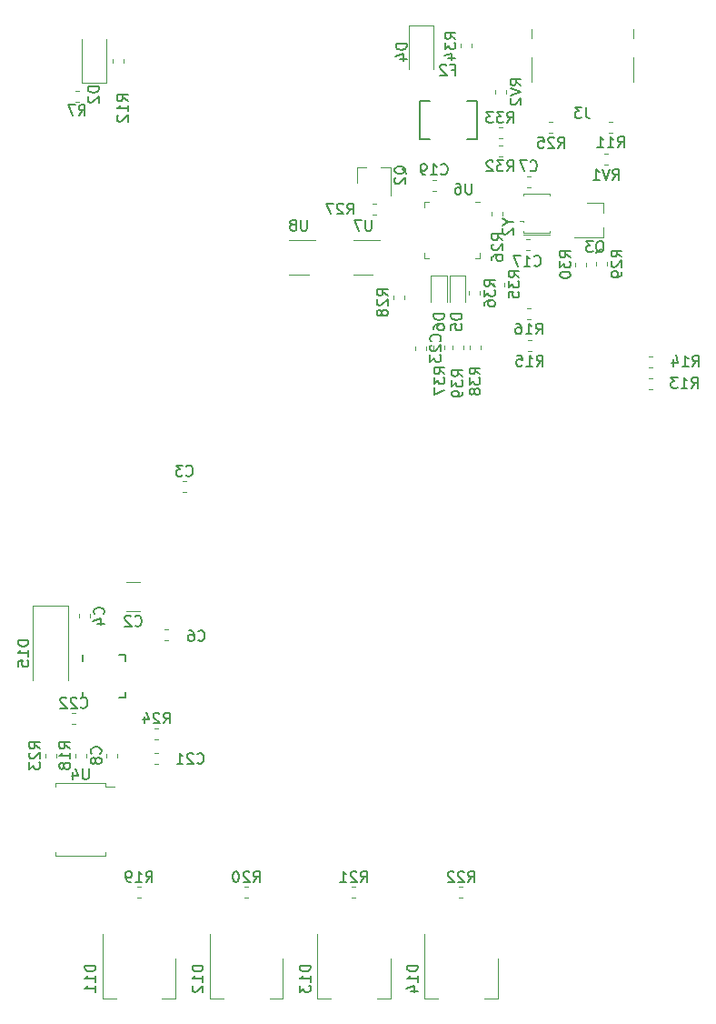
<source format=gbr>
G04 #@! TF.GenerationSoftware,KiCad,Pcbnew,(5.1.2-1)-1*
G04 #@! TF.CreationDate,2019-12-09T19:08:40-07:00*
G04 #@! TF.ProjectId,Snack Machine,536e6163-6b20-44d6-9163-68696e652e6b,rev?*
G04 #@! TF.SameCoordinates,Original*
G04 #@! TF.FileFunction,Legend,Bot*
G04 #@! TF.FilePolarity,Positive*
%FSLAX46Y46*%
G04 Gerber Fmt 4.6, Leading zero omitted, Abs format (unit mm)*
G04 Created by KiCad (PCBNEW (5.1.2-1)-1) date 2019-12-09 19:08:40*
%MOMM*%
%LPD*%
G04 APERTURE LIST*
%ADD10C,0.120000*%
%ADD11C,0.150000*%
%ADD12C,0.155000*%
G04 APERTURE END LIST*
D10*
X159569000Y-57046800D02*
X159569000Y-57196800D01*
X157169000Y-57046800D02*
X157169000Y-57196800D01*
X157169000Y-59596800D02*
X157169000Y-59646800D01*
X157169000Y-60646800D02*
X157169000Y-60496800D01*
X159569000Y-60646800D02*
X159569000Y-60496800D01*
X157569000Y-60846800D02*
X157169000Y-60846800D01*
X157569000Y-60646800D02*
X157169000Y-60646800D01*
X157569000Y-57046800D02*
X157169000Y-57046800D01*
X159569000Y-60846800D02*
X157569000Y-60846800D01*
X157169000Y-59596800D02*
X156769000Y-59596800D01*
X157569000Y-60646800D02*
X159569000Y-60646800D01*
X159569000Y-57046800D02*
X157569000Y-57046800D01*
X120175136Y-93199200D02*
X121379264Y-93199200D01*
X120175136Y-95919200D02*
X121379264Y-95919200D01*
X125723667Y-84807600D02*
X125381133Y-84807600D01*
X125723667Y-83787600D02*
X125381133Y-83787600D01*
X116715200Y-96508467D02*
X116715200Y-96165933D01*
X115695200Y-96508467D02*
X115695200Y-96165933D01*
X123653933Y-98625200D02*
X123996467Y-98625200D01*
X123653933Y-97605200D02*
X123996467Y-97605200D01*
X118286000Y-109145333D02*
X118286000Y-109487867D01*
X119306000Y-109145333D02*
X119306000Y-109487867D01*
X123132867Y-109086000D02*
X122790333Y-109086000D01*
X123132867Y-110106000D02*
X122790333Y-110106000D01*
X115411267Y-106397600D02*
X115068733Y-106397600D01*
X115411267Y-105377600D02*
X115068733Y-105377600D01*
X157789867Y-56410400D02*
X157447333Y-56410400D01*
X157789867Y-55390400D02*
X157447333Y-55390400D01*
X157727667Y-61232400D02*
X157385133Y-61232400D01*
X157727667Y-62252400D02*
X157385133Y-62252400D01*
X148990067Y-55720600D02*
X148647533Y-55720600D01*
X148990067Y-56740600D02*
X148647533Y-56740600D01*
X148084200Y-71565667D02*
X148084200Y-71223133D01*
X147064200Y-71565667D02*
X147064200Y-71223133D01*
X118254600Y-42616400D02*
X118254600Y-46676400D01*
X118254600Y-46676400D02*
X115984600Y-46676400D01*
X115984600Y-46676400D02*
X115984600Y-42616400D01*
X148760000Y-41324600D02*
X148760000Y-45384600D01*
X146490000Y-41324600D02*
X148760000Y-41324600D01*
X146490000Y-45384600D02*
X146490000Y-41324600D01*
X150242800Y-67063600D02*
X150242800Y-64603600D01*
X150242800Y-64603600D02*
X151712800Y-64603600D01*
X151712800Y-64603600D02*
X151712800Y-67063600D01*
X150011000Y-64629000D02*
X150011000Y-67089000D01*
X148541000Y-64629000D02*
X150011000Y-64629000D01*
X148541000Y-67089000D02*
X148541000Y-64629000D01*
X117921000Y-125981600D02*
X117921000Y-131991600D01*
X124741000Y-128231600D02*
X124741000Y-131991600D01*
X117921000Y-131991600D02*
X119181000Y-131991600D01*
X124741000Y-131991600D02*
X123481000Y-131991600D01*
X134741000Y-131991600D02*
X133481000Y-131991600D01*
X127921000Y-131991600D02*
X129181000Y-131991600D01*
X134741000Y-128231600D02*
X134741000Y-131991600D01*
X127921000Y-125981600D02*
X127921000Y-131991600D01*
X144741000Y-131991600D02*
X143481000Y-131991600D01*
X137921000Y-131991600D02*
X139181000Y-131991600D01*
X144741000Y-128231600D02*
X144741000Y-131991600D01*
X137921000Y-125981600D02*
X137921000Y-131991600D01*
X154741000Y-131991600D02*
X153481000Y-131991600D01*
X147921000Y-131991600D02*
X149181000Y-131991600D01*
X154741000Y-128231600D02*
X154741000Y-131991600D01*
X147921000Y-125981600D02*
X147921000Y-131991600D01*
X111431000Y-95391600D02*
X114731000Y-95391600D01*
X114731000Y-95391600D02*
X114731000Y-102291600D01*
X111431000Y-95391600D02*
X111431000Y-102291600D01*
D11*
X151889600Y-48410000D02*
X152829600Y-48410000D01*
X152829600Y-48410000D02*
X152829600Y-51910000D01*
X152829600Y-51910000D02*
X151889600Y-51910000D01*
X147449600Y-51910000D02*
X148389600Y-51910000D01*
X147449600Y-48410000D02*
X147449600Y-51910000D01*
X147449600Y-48410000D02*
X148389600Y-48410000D01*
D10*
X167361000Y-46570000D02*
X167361000Y-44320000D01*
X157861000Y-46570000D02*
X157861000Y-44320000D01*
X157861000Y-42570000D02*
X157861000Y-41720000D01*
X167361000Y-42570000D02*
X167361000Y-41720000D01*
X141600000Y-54530800D02*
X141600000Y-55990800D01*
X144760000Y-54530800D02*
X144760000Y-57190800D01*
X144760000Y-54530800D02*
X143830000Y-54530800D01*
X141600000Y-54530800D02*
X142530000Y-54530800D01*
X164564800Y-57901800D02*
X164564800Y-58831800D01*
X164564800Y-61061800D02*
X164564800Y-60131800D01*
X164564800Y-61061800D02*
X161904800Y-61061800D01*
X164564800Y-57901800D02*
X163104800Y-57901800D01*
X115424333Y-47465600D02*
X115766867Y-47465600D01*
X115424333Y-48485600D02*
X115766867Y-48485600D01*
X118895600Y-44502333D02*
X118895600Y-44844867D01*
X119915600Y-44502333D02*
X119915600Y-44844867D01*
X168807933Y-74201000D02*
X169150467Y-74201000D01*
X168807933Y-75221000D02*
X169150467Y-75221000D01*
X168807933Y-73221000D02*
X169150467Y-73221000D01*
X168807933Y-72201000D02*
X169150467Y-72201000D01*
X157562933Y-70681200D02*
X157905467Y-70681200D01*
X157562933Y-71701200D02*
X157905467Y-71701200D01*
X157486733Y-68729400D02*
X157829267Y-68729400D01*
X157486733Y-67709400D02*
X157829267Y-67709400D01*
X115365000Y-109145333D02*
X115365000Y-109487867D01*
X116385000Y-109145333D02*
X116385000Y-109487867D01*
X121502267Y-121571600D02*
X121159733Y-121571600D01*
X121502267Y-122591600D02*
X121159733Y-122591600D01*
X131502267Y-122591600D02*
X131159733Y-122591600D01*
X131502267Y-121571600D02*
X131159733Y-121571600D01*
X141502267Y-122591600D02*
X141159733Y-122591600D01*
X141502267Y-121571600D02*
X141159733Y-121571600D01*
X151502267Y-121571600D02*
X151159733Y-121571600D01*
X151502267Y-122591600D02*
X151159733Y-122591600D01*
X113591000Y-109145333D02*
X113591000Y-109487867D01*
X112571000Y-109145333D02*
X112571000Y-109487867D01*
X123132867Y-106800000D02*
X122790333Y-106800000D01*
X123132867Y-107820000D02*
X122790333Y-107820000D01*
X165106733Y-51330400D02*
X165449267Y-51330400D01*
X165106733Y-50310400D02*
X165449267Y-50310400D01*
X159861267Y-51381200D02*
X159518733Y-51381200D01*
X159861267Y-50361200D02*
X159518733Y-50361200D01*
X143059333Y-57960800D02*
X143401867Y-57960800D01*
X143059333Y-58980800D02*
X143401867Y-58980800D01*
X145006800Y-66498733D02*
X145006800Y-66841267D01*
X146026800Y-66498733D02*
X146026800Y-66841267D01*
X163929800Y-63717067D02*
X163929800Y-63374533D01*
X164949800Y-63717067D02*
X164949800Y-63374533D01*
X161999400Y-63425333D02*
X161999400Y-63767867D01*
X163019400Y-63425333D02*
X163019400Y-63767867D01*
X155221600Y-58675533D02*
X155221600Y-59018067D01*
X154201600Y-58675533D02*
X154201600Y-59018067D01*
X154845133Y-52545600D02*
X155187667Y-52545600D01*
X154845133Y-53565600D02*
X155187667Y-53565600D01*
X154845133Y-51838400D02*
X155187667Y-51838400D01*
X154845133Y-50818400D02*
X155187667Y-50818400D01*
X151280600Y-43079933D02*
X151280600Y-43422467D01*
X152300600Y-43079933D02*
X152300600Y-43422467D01*
X154354000Y-65622067D02*
X154354000Y-65279533D01*
X155374000Y-65622067D02*
X155374000Y-65279533D01*
X153113400Y-66434867D02*
X153113400Y-66092333D01*
X152093400Y-66434867D02*
X152093400Y-66092333D01*
X149811400Y-71489467D02*
X149811400Y-71146933D01*
X148791400Y-71489467D02*
X148791400Y-71146933D01*
X153164200Y-71146933D02*
X153164200Y-71489467D01*
X152144200Y-71146933D02*
X152144200Y-71489467D01*
X151513200Y-71146933D02*
X151513200Y-71489467D01*
X150493200Y-71146933D02*
X150493200Y-71489467D01*
X164700333Y-54353000D02*
X165042867Y-54353000D01*
X164700333Y-53333000D02*
X165042867Y-53333000D01*
X154531800Y-47689667D02*
X154531800Y-47347133D01*
X155551800Y-47689667D02*
X155551800Y-47347133D01*
D12*
X116034000Y-99950600D02*
X116099000Y-99950600D01*
X116034000Y-99950600D02*
X116034000Y-100515600D01*
X120034000Y-99950600D02*
X119469000Y-99950600D01*
X120034000Y-99950600D02*
X120034000Y-100515600D01*
X116034000Y-103950600D02*
X116034000Y-103385600D01*
X116034000Y-103950600D02*
X116099000Y-103950600D01*
X120034000Y-103950600D02*
X120034000Y-103385600D01*
X120034000Y-103950600D02*
X119469000Y-103950600D01*
D10*
X113565000Y-118645600D02*
X113565000Y-118345600D01*
X118185000Y-118645600D02*
X113565000Y-118645600D01*
X118185000Y-118345600D02*
X118185000Y-118645600D01*
X113565000Y-111925600D02*
X113565000Y-112225600D01*
X118185000Y-111925600D02*
X113565000Y-111925600D01*
X118185000Y-112225600D02*
X118185000Y-111925600D01*
X119075000Y-112225600D02*
X118185000Y-112225600D01*
X148360200Y-57811600D02*
X147885200Y-57811600D01*
X147885200Y-57811600D02*
X147885200Y-58286600D01*
X152630200Y-63031600D02*
X153105200Y-63031600D01*
X153105200Y-63031600D02*
X153105200Y-62556600D01*
X148360200Y-63031600D02*
X147885200Y-63031600D01*
X147885200Y-63031600D02*
X147885200Y-62556600D01*
X152630200Y-57811600D02*
X153105200Y-57811600D01*
X143114800Y-64520800D02*
X141314800Y-64520800D01*
X141314800Y-61300800D02*
X143764800Y-61300800D01*
X135320200Y-61300800D02*
X137770200Y-61300800D01*
X137120200Y-64520800D02*
X135320200Y-64520800D01*
D11*
X155703590Y-59640609D02*
X156179780Y-59640609D01*
X155179780Y-59307276D02*
X155703590Y-59640609D01*
X155179780Y-59973942D01*
X155275019Y-60259657D02*
X155227400Y-60307276D01*
X155179780Y-60402514D01*
X155179780Y-60640609D01*
X155227400Y-60735847D01*
X155275019Y-60783466D01*
X155370257Y-60831085D01*
X155465495Y-60831085D01*
X155608352Y-60783466D01*
X156179780Y-60212038D01*
X156179780Y-60831085D01*
X120943866Y-97196342D02*
X120991485Y-97243961D01*
X121134342Y-97291580D01*
X121229580Y-97291580D01*
X121372438Y-97243961D01*
X121467676Y-97148723D01*
X121515295Y-97053485D01*
X121562914Y-96863009D01*
X121562914Y-96720152D01*
X121515295Y-96529676D01*
X121467676Y-96434438D01*
X121372438Y-96339200D01*
X121229580Y-96291580D01*
X121134342Y-96291580D01*
X120991485Y-96339200D01*
X120943866Y-96386819D01*
X120562914Y-96386819D02*
X120515295Y-96339200D01*
X120420057Y-96291580D01*
X120181961Y-96291580D01*
X120086723Y-96339200D01*
X120039104Y-96386819D01*
X119991485Y-96482057D01*
X119991485Y-96577295D01*
X120039104Y-96720152D01*
X120610533Y-97291580D01*
X119991485Y-97291580D01*
X125719066Y-83224742D02*
X125766685Y-83272361D01*
X125909542Y-83319980D01*
X126004780Y-83319980D01*
X126147638Y-83272361D01*
X126242876Y-83177123D01*
X126290495Y-83081885D01*
X126338114Y-82891409D01*
X126338114Y-82748552D01*
X126290495Y-82558076D01*
X126242876Y-82462838D01*
X126147638Y-82367600D01*
X126004780Y-82319980D01*
X125909542Y-82319980D01*
X125766685Y-82367600D01*
X125719066Y-82415219D01*
X125385733Y-82319980D02*
X124766685Y-82319980D01*
X125100019Y-82700933D01*
X124957161Y-82700933D01*
X124861923Y-82748552D01*
X124814304Y-82796171D01*
X124766685Y-82891409D01*
X124766685Y-83129504D01*
X124814304Y-83224742D01*
X124861923Y-83272361D01*
X124957161Y-83319980D01*
X125242876Y-83319980D01*
X125338114Y-83272361D01*
X125385733Y-83224742D01*
X117992342Y-96170533D02*
X118039961Y-96122914D01*
X118087580Y-95980057D01*
X118087580Y-95884819D01*
X118039961Y-95741961D01*
X117944723Y-95646723D01*
X117849485Y-95599104D01*
X117659009Y-95551485D01*
X117516152Y-95551485D01*
X117325676Y-95599104D01*
X117230438Y-95646723D01*
X117135200Y-95741961D01*
X117087580Y-95884819D01*
X117087580Y-95980057D01*
X117135200Y-96122914D01*
X117182819Y-96170533D01*
X117420914Y-97027676D02*
X118087580Y-97027676D01*
X117039961Y-96789580D02*
X117754247Y-96551485D01*
X117754247Y-97170533D01*
X126836666Y-98573942D02*
X126884285Y-98621561D01*
X127027142Y-98669180D01*
X127122380Y-98669180D01*
X127265238Y-98621561D01*
X127360476Y-98526323D01*
X127408095Y-98431085D01*
X127455714Y-98240609D01*
X127455714Y-98097752D01*
X127408095Y-97907276D01*
X127360476Y-97812038D01*
X127265238Y-97716800D01*
X127122380Y-97669180D01*
X127027142Y-97669180D01*
X126884285Y-97716800D01*
X126836666Y-97764419D01*
X125979523Y-97669180D02*
X126170000Y-97669180D01*
X126265238Y-97716800D01*
X126312857Y-97764419D01*
X126408095Y-97907276D01*
X126455714Y-98097752D01*
X126455714Y-98478704D01*
X126408095Y-98573942D01*
X126360476Y-98621561D01*
X126265238Y-98669180D01*
X126074761Y-98669180D01*
X125979523Y-98621561D01*
X125931904Y-98573942D01*
X125884285Y-98478704D01*
X125884285Y-98240609D01*
X125931904Y-98145371D01*
X125979523Y-98097752D01*
X126074761Y-98050133D01*
X126265238Y-98050133D01*
X126360476Y-98097752D01*
X126408095Y-98145371D01*
X126455714Y-98240609D01*
X117723142Y-109149933D02*
X117770761Y-109102314D01*
X117818380Y-108959457D01*
X117818380Y-108864219D01*
X117770761Y-108721361D01*
X117675523Y-108626123D01*
X117580285Y-108578504D01*
X117389809Y-108530885D01*
X117246952Y-108530885D01*
X117056476Y-108578504D01*
X116961238Y-108626123D01*
X116866000Y-108721361D01*
X116818380Y-108864219D01*
X116818380Y-108959457D01*
X116866000Y-109102314D01*
X116913619Y-109149933D01*
X117246952Y-109721361D02*
X117199333Y-109626123D01*
X117151714Y-109578504D01*
X117056476Y-109530885D01*
X117008857Y-109530885D01*
X116913619Y-109578504D01*
X116866000Y-109626123D01*
X116818380Y-109721361D01*
X116818380Y-109911838D01*
X116866000Y-110007076D01*
X116913619Y-110054695D01*
X117008857Y-110102314D01*
X117056476Y-110102314D01*
X117151714Y-110054695D01*
X117199333Y-110007076D01*
X117246952Y-109911838D01*
X117246952Y-109721361D01*
X117294571Y-109626123D01*
X117342190Y-109578504D01*
X117437428Y-109530885D01*
X117627904Y-109530885D01*
X117723142Y-109578504D01*
X117770761Y-109626123D01*
X117818380Y-109721361D01*
X117818380Y-109911838D01*
X117770761Y-110007076D01*
X117723142Y-110054695D01*
X117627904Y-110102314D01*
X117437428Y-110102314D01*
X117342190Y-110054695D01*
X117294571Y-110007076D01*
X117246952Y-109911838D01*
X126754057Y-110003942D02*
X126801676Y-110051561D01*
X126944533Y-110099180D01*
X127039771Y-110099180D01*
X127182628Y-110051561D01*
X127277866Y-109956323D01*
X127325485Y-109861085D01*
X127373104Y-109670609D01*
X127373104Y-109527752D01*
X127325485Y-109337276D01*
X127277866Y-109242038D01*
X127182628Y-109146800D01*
X127039771Y-109099180D01*
X126944533Y-109099180D01*
X126801676Y-109146800D01*
X126754057Y-109194419D01*
X126373104Y-109194419D02*
X126325485Y-109146800D01*
X126230247Y-109099180D01*
X125992152Y-109099180D01*
X125896914Y-109146800D01*
X125849295Y-109194419D01*
X125801676Y-109289657D01*
X125801676Y-109384895D01*
X125849295Y-109527752D01*
X126420723Y-110099180D01*
X125801676Y-110099180D01*
X124849295Y-110099180D02*
X125420723Y-110099180D01*
X125135009Y-110099180D02*
X125135009Y-109099180D01*
X125230247Y-109242038D01*
X125325485Y-109337276D01*
X125420723Y-109384895D01*
X115882857Y-104814742D02*
X115930476Y-104862361D01*
X116073333Y-104909980D01*
X116168571Y-104909980D01*
X116311428Y-104862361D01*
X116406666Y-104767123D01*
X116454285Y-104671885D01*
X116501904Y-104481409D01*
X116501904Y-104338552D01*
X116454285Y-104148076D01*
X116406666Y-104052838D01*
X116311428Y-103957600D01*
X116168571Y-103909980D01*
X116073333Y-103909980D01*
X115930476Y-103957600D01*
X115882857Y-104005219D01*
X115501904Y-104005219D02*
X115454285Y-103957600D01*
X115359047Y-103909980D01*
X115120952Y-103909980D01*
X115025714Y-103957600D01*
X114978095Y-104005219D01*
X114930476Y-104100457D01*
X114930476Y-104195695D01*
X114978095Y-104338552D01*
X115549523Y-104909980D01*
X114930476Y-104909980D01*
X114549523Y-104005219D02*
X114501904Y-103957600D01*
X114406666Y-103909980D01*
X114168571Y-103909980D01*
X114073333Y-103957600D01*
X114025714Y-104005219D01*
X113978095Y-104100457D01*
X113978095Y-104195695D01*
X114025714Y-104338552D01*
X114597142Y-104909980D01*
X113978095Y-104909980D01*
X157785266Y-54827542D02*
X157832885Y-54875161D01*
X157975742Y-54922780D01*
X158070980Y-54922780D01*
X158213838Y-54875161D01*
X158309076Y-54779923D01*
X158356695Y-54684685D01*
X158404314Y-54494209D01*
X158404314Y-54351352D01*
X158356695Y-54160876D01*
X158309076Y-54065638D01*
X158213838Y-53970400D01*
X158070980Y-53922780D01*
X157975742Y-53922780D01*
X157832885Y-53970400D01*
X157785266Y-54018019D01*
X157451933Y-53922780D02*
X156785266Y-53922780D01*
X157213838Y-54922780D01*
X158148457Y-63674342D02*
X158196076Y-63721961D01*
X158338933Y-63769580D01*
X158434171Y-63769580D01*
X158577028Y-63721961D01*
X158672266Y-63626723D01*
X158719885Y-63531485D01*
X158767504Y-63341009D01*
X158767504Y-63198152D01*
X158719885Y-63007676D01*
X158672266Y-62912438D01*
X158577028Y-62817200D01*
X158434171Y-62769580D01*
X158338933Y-62769580D01*
X158196076Y-62817200D01*
X158148457Y-62864819D01*
X157196076Y-63769580D02*
X157767504Y-63769580D01*
X157481790Y-63769580D02*
X157481790Y-62769580D01*
X157577028Y-62912438D01*
X157672266Y-63007676D01*
X157767504Y-63055295D01*
X156862742Y-62769580D02*
X156196076Y-62769580D01*
X156624647Y-63769580D01*
X149461657Y-55157742D02*
X149509276Y-55205361D01*
X149652133Y-55252980D01*
X149747371Y-55252980D01*
X149890228Y-55205361D01*
X149985466Y-55110123D01*
X150033085Y-55014885D01*
X150080704Y-54824409D01*
X150080704Y-54681552D01*
X150033085Y-54491076D01*
X149985466Y-54395838D01*
X149890228Y-54300600D01*
X149747371Y-54252980D01*
X149652133Y-54252980D01*
X149509276Y-54300600D01*
X149461657Y-54348219D01*
X148509276Y-55252980D02*
X149080704Y-55252980D01*
X148794990Y-55252980D02*
X148794990Y-54252980D01*
X148890228Y-54395838D01*
X148985466Y-54491076D01*
X149080704Y-54538695D01*
X148033085Y-55252980D02*
X147842609Y-55252980D01*
X147747371Y-55205361D01*
X147699752Y-55157742D01*
X147604514Y-55014885D01*
X147556895Y-54824409D01*
X147556895Y-54443457D01*
X147604514Y-54348219D01*
X147652133Y-54300600D01*
X147747371Y-54252980D01*
X147937847Y-54252980D01*
X148033085Y-54300600D01*
X148080704Y-54348219D01*
X148128323Y-54443457D01*
X148128323Y-54681552D01*
X148080704Y-54776790D01*
X148033085Y-54824409D01*
X147937847Y-54872028D01*
X147747371Y-54872028D01*
X147652133Y-54824409D01*
X147604514Y-54776790D01*
X147556895Y-54681552D01*
X149361342Y-70751542D02*
X149408961Y-70703923D01*
X149456580Y-70561066D01*
X149456580Y-70465828D01*
X149408961Y-70322971D01*
X149313723Y-70227733D01*
X149218485Y-70180114D01*
X149028009Y-70132495D01*
X148885152Y-70132495D01*
X148694676Y-70180114D01*
X148599438Y-70227733D01*
X148504200Y-70322971D01*
X148456580Y-70465828D01*
X148456580Y-70561066D01*
X148504200Y-70703923D01*
X148551819Y-70751542D01*
X148551819Y-71132495D02*
X148504200Y-71180114D01*
X148456580Y-71275352D01*
X148456580Y-71513447D01*
X148504200Y-71608685D01*
X148551819Y-71656304D01*
X148647057Y-71703923D01*
X148742295Y-71703923D01*
X148885152Y-71656304D01*
X149456580Y-71084876D01*
X149456580Y-71703923D01*
X148456580Y-72037257D02*
X148456580Y-72656304D01*
X148837533Y-72322971D01*
X148837533Y-72465828D01*
X148885152Y-72561066D01*
X148932771Y-72608685D01*
X149028009Y-72656304D01*
X149266104Y-72656304D01*
X149361342Y-72608685D01*
X149408961Y-72561066D01*
X149456580Y-72465828D01*
X149456580Y-72180114D01*
X149408961Y-72084876D01*
X149361342Y-72037257D01*
X117571980Y-47034304D02*
X116571980Y-47034304D01*
X116571980Y-47272400D01*
X116619600Y-47415257D01*
X116714838Y-47510495D01*
X116810076Y-47558114D01*
X117000552Y-47605733D01*
X117143409Y-47605733D01*
X117333885Y-47558114D01*
X117429123Y-47510495D01*
X117524361Y-47415257D01*
X117571980Y-47272400D01*
X117571980Y-47034304D01*
X116667219Y-47986685D02*
X116619600Y-48034304D01*
X116571980Y-48129542D01*
X116571980Y-48367638D01*
X116619600Y-48462876D01*
X116667219Y-48510495D01*
X116762457Y-48558114D01*
X116857695Y-48558114D01*
X117000552Y-48510495D01*
X117571980Y-47939066D01*
X117571980Y-48558114D01*
X146257380Y-43046504D02*
X145257380Y-43046504D01*
X145257380Y-43284600D01*
X145305000Y-43427457D01*
X145400238Y-43522695D01*
X145495476Y-43570314D01*
X145685952Y-43617933D01*
X145828809Y-43617933D01*
X146019285Y-43570314D01*
X146114523Y-43522695D01*
X146209761Y-43427457D01*
X146257380Y-43284600D01*
X146257380Y-43046504D01*
X145590714Y-44475076D02*
X146257380Y-44475076D01*
X145209761Y-44236980D02*
X145924047Y-43998885D01*
X145924047Y-44617933D01*
X151404780Y-68217904D02*
X150404780Y-68217904D01*
X150404780Y-68456000D01*
X150452400Y-68598857D01*
X150547638Y-68694095D01*
X150642876Y-68741714D01*
X150833352Y-68789333D01*
X150976209Y-68789333D01*
X151166685Y-68741714D01*
X151261923Y-68694095D01*
X151357161Y-68598857D01*
X151404780Y-68456000D01*
X151404780Y-68217904D01*
X150404780Y-69694095D02*
X150404780Y-69217904D01*
X150880971Y-69170285D01*
X150833352Y-69217904D01*
X150785733Y-69313142D01*
X150785733Y-69551238D01*
X150833352Y-69646476D01*
X150880971Y-69694095D01*
X150976209Y-69741714D01*
X151214304Y-69741714D01*
X151309542Y-69694095D01*
X151357161Y-69646476D01*
X151404780Y-69551238D01*
X151404780Y-69313142D01*
X151357161Y-69217904D01*
X151309542Y-69170285D01*
X149753780Y-68217904D02*
X148753780Y-68217904D01*
X148753780Y-68456000D01*
X148801400Y-68598857D01*
X148896638Y-68694095D01*
X148991876Y-68741714D01*
X149182352Y-68789333D01*
X149325209Y-68789333D01*
X149515685Y-68741714D01*
X149610923Y-68694095D01*
X149706161Y-68598857D01*
X149753780Y-68456000D01*
X149753780Y-68217904D01*
X148753780Y-69646476D02*
X148753780Y-69456000D01*
X148801400Y-69360761D01*
X148849019Y-69313142D01*
X148991876Y-69217904D01*
X149182352Y-69170285D01*
X149563304Y-69170285D01*
X149658542Y-69217904D01*
X149706161Y-69265523D01*
X149753780Y-69360761D01*
X149753780Y-69551238D01*
X149706161Y-69646476D01*
X149658542Y-69694095D01*
X149563304Y-69741714D01*
X149325209Y-69741714D01*
X149229971Y-69694095D01*
X149182352Y-69646476D01*
X149134733Y-69551238D01*
X149134733Y-69360761D01*
X149182352Y-69265523D01*
X149229971Y-69217904D01*
X149325209Y-69170285D01*
X117283380Y-128867314D02*
X116283380Y-128867314D01*
X116283380Y-129105409D01*
X116331000Y-129248266D01*
X116426238Y-129343504D01*
X116521476Y-129391123D01*
X116711952Y-129438742D01*
X116854809Y-129438742D01*
X117045285Y-129391123D01*
X117140523Y-129343504D01*
X117235761Y-129248266D01*
X117283380Y-129105409D01*
X117283380Y-128867314D01*
X117283380Y-130391123D02*
X117283380Y-129819695D01*
X117283380Y-130105409D02*
X116283380Y-130105409D01*
X116426238Y-130010171D01*
X116521476Y-129914933D01*
X116569095Y-129819695D01*
X117283380Y-131343504D02*
X117283380Y-130772076D01*
X117283380Y-131057790D02*
X116283380Y-131057790D01*
X116426238Y-130962552D01*
X116521476Y-130867314D01*
X116569095Y-130772076D01*
X127283380Y-128867314D02*
X126283380Y-128867314D01*
X126283380Y-129105409D01*
X126331000Y-129248266D01*
X126426238Y-129343504D01*
X126521476Y-129391123D01*
X126711952Y-129438742D01*
X126854809Y-129438742D01*
X127045285Y-129391123D01*
X127140523Y-129343504D01*
X127235761Y-129248266D01*
X127283380Y-129105409D01*
X127283380Y-128867314D01*
X127283380Y-130391123D02*
X127283380Y-129819695D01*
X127283380Y-130105409D02*
X126283380Y-130105409D01*
X126426238Y-130010171D01*
X126521476Y-129914933D01*
X126569095Y-129819695D01*
X126378619Y-130772076D02*
X126331000Y-130819695D01*
X126283380Y-130914933D01*
X126283380Y-131153028D01*
X126331000Y-131248266D01*
X126378619Y-131295885D01*
X126473857Y-131343504D01*
X126569095Y-131343504D01*
X126711952Y-131295885D01*
X127283380Y-130724457D01*
X127283380Y-131343504D01*
X137283380Y-128867314D02*
X136283380Y-128867314D01*
X136283380Y-129105409D01*
X136331000Y-129248266D01*
X136426238Y-129343504D01*
X136521476Y-129391123D01*
X136711952Y-129438742D01*
X136854809Y-129438742D01*
X137045285Y-129391123D01*
X137140523Y-129343504D01*
X137235761Y-129248266D01*
X137283380Y-129105409D01*
X137283380Y-128867314D01*
X137283380Y-130391123D02*
X137283380Y-129819695D01*
X137283380Y-130105409D02*
X136283380Y-130105409D01*
X136426238Y-130010171D01*
X136521476Y-129914933D01*
X136569095Y-129819695D01*
X136283380Y-130724457D02*
X136283380Y-131343504D01*
X136664333Y-131010171D01*
X136664333Y-131153028D01*
X136711952Y-131248266D01*
X136759571Y-131295885D01*
X136854809Y-131343504D01*
X137092904Y-131343504D01*
X137188142Y-131295885D01*
X137235761Y-131248266D01*
X137283380Y-131153028D01*
X137283380Y-130867314D01*
X137235761Y-130772076D01*
X137188142Y-130724457D01*
X147283380Y-128867314D02*
X146283380Y-128867314D01*
X146283380Y-129105409D01*
X146331000Y-129248266D01*
X146426238Y-129343504D01*
X146521476Y-129391123D01*
X146711952Y-129438742D01*
X146854809Y-129438742D01*
X147045285Y-129391123D01*
X147140523Y-129343504D01*
X147235761Y-129248266D01*
X147283380Y-129105409D01*
X147283380Y-128867314D01*
X147283380Y-130391123D02*
X147283380Y-129819695D01*
X147283380Y-130105409D02*
X146283380Y-130105409D01*
X146426238Y-130010171D01*
X146521476Y-129914933D01*
X146569095Y-129819695D01*
X146616714Y-131248266D02*
X147283380Y-131248266D01*
X146235761Y-131010171D02*
X146950047Y-130772076D01*
X146950047Y-131391123D01*
X111033380Y-98577314D02*
X110033380Y-98577314D01*
X110033380Y-98815409D01*
X110081000Y-98958266D01*
X110176238Y-99053504D01*
X110271476Y-99101123D01*
X110461952Y-99148742D01*
X110604809Y-99148742D01*
X110795285Y-99101123D01*
X110890523Y-99053504D01*
X110985761Y-98958266D01*
X111033380Y-98815409D01*
X111033380Y-98577314D01*
X111033380Y-100101123D02*
X111033380Y-99529695D01*
X111033380Y-99815409D02*
X110033380Y-99815409D01*
X110176238Y-99720171D01*
X110271476Y-99624933D01*
X110319095Y-99529695D01*
X110033380Y-101005885D02*
X110033380Y-100529695D01*
X110509571Y-100482076D01*
X110461952Y-100529695D01*
X110414333Y-100624933D01*
X110414333Y-100863028D01*
X110461952Y-100958266D01*
X110509571Y-101005885D01*
X110604809Y-101053504D01*
X110842904Y-101053504D01*
X110938142Y-101005885D01*
X110985761Y-100958266D01*
X111033380Y-100863028D01*
X111033380Y-100624933D01*
X110985761Y-100529695D01*
X110938142Y-100482076D01*
X150422133Y-45465771D02*
X150755466Y-45465771D01*
X150755466Y-45989580D02*
X150755466Y-44989580D01*
X150279276Y-44989580D01*
X149945942Y-45084819D02*
X149898323Y-45037200D01*
X149803085Y-44989580D01*
X149564990Y-44989580D01*
X149469752Y-45037200D01*
X149422133Y-45084819D01*
X149374514Y-45180057D01*
X149374514Y-45275295D01*
X149422133Y-45418152D01*
X149993561Y-45989580D01*
X149374514Y-45989580D01*
X162944333Y-48972380D02*
X162944333Y-49686666D01*
X162991952Y-49829523D01*
X163087190Y-49924761D01*
X163230047Y-49972380D01*
X163325285Y-49972380D01*
X162563380Y-48972380D02*
X161944333Y-48972380D01*
X162277666Y-49353333D01*
X162134809Y-49353333D01*
X162039571Y-49400952D01*
X161991952Y-49448571D01*
X161944333Y-49543809D01*
X161944333Y-49781904D01*
X161991952Y-49877142D01*
X162039571Y-49924761D01*
X162134809Y-49972380D01*
X162420523Y-49972380D01*
X162515761Y-49924761D01*
X162563380Y-49877142D01*
X146227619Y-55195561D02*
X146180000Y-55100323D01*
X146084761Y-55005085D01*
X145941904Y-54862228D01*
X145894285Y-54766990D01*
X145894285Y-54671752D01*
X146132380Y-54719371D02*
X146084761Y-54624133D01*
X145989523Y-54528895D01*
X145799047Y-54481276D01*
X145465714Y-54481276D01*
X145275238Y-54528895D01*
X145180000Y-54624133D01*
X145132380Y-54719371D01*
X145132380Y-54909847D01*
X145180000Y-55005085D01*
X145275238Y-55100323D01*
X145465714Y-55147942D01*
X145799047Y-55147942D01*
X145989523Y-55100323D01*
X146084761Y-55005085D01*
X146132380Y-54909847D01*
X146132380Y-54719371D01*
X145227619Y-55528895D02*
X145180000Y-55576514D01*
X145132380Y-55671752D01*
X145132380Y-55909847D01*
X145180000Y-56005085D01*
X145227619Y-56052704D01*
X145322857Y-56100323D01*
X145418095Y-56100323D01*
X145560952Y-56052704D01*
X146132380Y-55481276D01*
X146132380Y-56100323D01*
X163900038Y-62529419D02*
X163995276Y-62481800D01*
X164090514Y-62386561D01*
X164233371Y-62243704D01*
X164328609Y-62196085D01*
X164423847Y-62196085D01*
X164376228Y-62434180D02*
X164471466Y-62386561D01*
X164566704Y-62291323D01*
X164614323Y-62100847D01*
X164614323Y-61767514D01*
X164566704Y-61577038D01*
X164471466Y-61481800D01*
X164376228Y-61434180D01*
X164185752Y-61434180D01*
X164090514Y-61481800D01*
X163995276Y-61577038D01*
X163947657Y-61767514D01*
X163947657Y-62100847D01*
X163995276Y-62291323D01*
X164090514Y-62386561D01*
X164185752Y-62434180D01*
X164376228Y-62434180D01*
X163614323Y-61434180D02*
X162995276Y-61434180D01*
X163328609Y-61815133D01*
X163185752Y-61815133D01*
X163090514Y-61862752D01*
X163042895Y-61910371D01*
X162995276Y-62005609D01*
X162995276Y-62243704D01*
X163042895Y-62338942D01*
X163090514Y-62386561D01*
X163185752Y-62434180D01*
X163471466Y-62434180D01*
X163566704Y-62386561D01*
X163614323Y-62338942D01*
X115711466Y-49748780D02*
X116044800Y-49272590D01*
X116282895Y-49748780D02*
X116282895Y-48748780D01*
X115901942Y-48748780D01*
X115806704Y-48796400D01*
X115759085Y-48844019D01*
X115711466Y-48939257D01*
X115711466Y-49082114D01*
X115759085Y-49177352D01*
X115806704Y-49224971D01*
X115901942Y-49272590D01*
X116282895Y-49272590D01*
X115378133Y-48748780D02*
X114711466Y-48748780D01*
X115140038Y-49748780D01*
X120264380Y-48399542D02*
X119788190Y-48066209D01*
X120264380Y-47828114D02*
X119264380Y-47828114D01*
X119264380Y-48209066D01*
X119312000Y-48304304D01*
X119359619Y-48351923D01*
X119454857Y-48399542D01*
X119597714Y-48399542D01*
X119692952Y-48351923D01*
X119740571Y-48304304D01*
X119788190Y-48209066D01*
X119788190Y-47828114D01*
X120264380Y-49351923D02*
X120264380Y-48780495D01*
X120264380Y-49066209D02*
X119264380Y-49066209D01*
X119407238Y-48970971D01*
X119502476Y-48875733D01*
X119550095Y-48780495D01*
X119359619Y-49732876D02*
X119312000Y-49780495D01*
X119264380Y-49875733D01*
X119264380Y-50113828D01*
X119312000Y-50209066D01*
X119359619Y-50256685D01*
X119454857Y-50304304D01*
X119550095Y-50304304D01*
X119692952Y-50256685D01*
X120264380Y-49685257D01*
X120264380Y-50304304D01*
X172797057Y-75112580D02*
X173130390Y-74636390D01*
X173368485Y-75112580D02*
X173368485Y-74112580D01*
X172987533Y-74112580D01*
X172892295Y-74160200D01*
X172844676Y-74207819D01*
X172797057Y-74303057D01*
X172797057Y-74445914D01*
X172844676Y-74541152D01*
X172892295Y-74588771D01*
X172987533Y-74636390D01*
X173368485Y-74636390D01*
X171844676Y-75112580D02*
X172416104Y-75112580D01*
X172130390Y-75112580D02*
X172130390Y-74112580D01*
X172225628Y-74255438D01*
X172320866Y-74350676D01*
X172416104Y-74398295D01*
X171511342Y-74112580D02*
X170892295Y-74112580D01*
X171225628Y-74493533D01*
X171082771Y-74493533D01*
X170987533Y-74541152D01*
X170939914Y-74588771D01*
X170892295Y-74684009D01*
X170892295Y-74922104D01*
X170939914Y-75017342D01*
X170987533Y-75064961D01*
X171082771Y-75112580D01*
X171368485Y-75112580D01*
X171463723Y-75064961D01*
X171511342Y-75017342D01*
X172898657Y-73087180D02*
X173231990Y-72610990D01*
X173470085Y-73087180D02*
X173470085Y-72087180D01*
X173089133Y-72087180D01*
X172993895Y-72134800D01*
X172946276Y-72182419D01*
X172898657Y-72277657D01*
X172898657Y-72420514D01*
X172946276Y-72515752D01*
X172993895Y-72563371D01*
X173089133Y-72610990D01*
X173470085Y-72610990D01*
X171946276Y-73087180D02*
X172517704Y-73087180D01*
X172231990Y-73087180D02*
X172231990Y-72087180D01*
X172327228Y-72230038D01*
X172422466Y-72325276D01*
X172517704Y-72372895D01*
X171089133Y-72420514D02*
X171089133Y-73087180D01*
X171327228Y-72039561D02*
X171565323Y-72753847D01*
X170946276Y-72753847D01*
X158377057Y-73073580D02*
X158710390Y-72597390D01*
X158948485Y-73073580D02*
X158948485Y-72073580D01*
X158567533Y-72073580D01*
X158472295Y-72121200D01*
X158424676Y-72168819D01*
X158377057Y-72264057D01*
X158377057Y-72406914D01*
X158424676Y-72502152D01*
X158472295Y-72549771D01*
X158567533Y-72597390D01*
X158948485Y-72597390D01*
X157424676Y-73073580D02*
X157996104Y-73073580D01*
X157710390Y-73073580D02*
X157710390Y-72073580D01*
X157805628Y-72216438D01*
X157900866Y-72311676D01*
X157996104Y-72359295D01*
X156519914Y-72073580D02*
X156996104Y-72073580D01*
X157043723Y-72549771D01*
X156996104Y-72502152D01*
X156900866Y-72454533D01*
X156662771Y-72454533D01*
X156567533Y-72502152D01*
X156519914Y-72549771D01*
X156472295Y-72645009D01*
X156472295Y-72883104D01*
X156519914Y-72978342D01*
X156567533Y-73025961D01*
X156662771Y-73073580D01*
X156900866Y-73073580D01*
X156996104Y-73025961D01*
X157043723Y-72978342D01*
X158300857Y-70101780D02*
X158634190Y-69625590D01*
X158872285Y-70101780D02*
X158872285Y-69101780D01*
X158491333Y-69101780D01*
X158396095Y-69149400D01*
X158348476Y-69197019D01*
X158300857Y-69292257D01*
X158300857Y-69435114D01*
X158348476Y-69530352D01*
X158396095Y-69577971D01*
X158491333Y-69625590D01*
X158872285Y-69625590D01*
X157348476Y-70101780D02*
X157919904Y-70101780D01*
X157634190Y-70101780D02*
X157634190Y-69101780D01*
X157729428Y-69244638D01*
X157824666Y-69339876D01*
X157919904Y-69387495D01*
X156491333Y-69101780D02*
X156681809Y-69101780D01*
X156777047Y-69149400D01*
X156824666Y-69197019D01*
X156919904Y-69339876D01*
X156967523Y-69530352D01*
X156967523Y-69911304D01*
X156919904Y-70006542D01*
X156872285Y-70054161D01*
X156777047Y-70101780D01*
X156586571Y-70101780D01*
X156491333Y-70054161D01*
X156443714Y-70006542D01*
X156396095Y-69911304D01*
X156396095Y-69673209D01*
X156443714Y-69577971D01*
X156491333Y-69530352D01*
X156586571Y-69482733D01*
X156777047Y-69482733D01*
X156872285Y-69530352D01*
X156919904Y-69577971D01*
X156967523Y-69673209D01*
X114897380Y-108673742D02*
X114421190Y-108340409D01*
X114897380Y-108102314D02*
X113897380Y-108102314D01*
X113897380Y-108483266D01*
X113945000Y-108578504D01*
X113992619Y-108626123D01*
X114087857Y-108673742D01*
X114230714Y-108673742D01*
X114325952Y-108626123D01*
X114373571Y-108578504D01*
X114421190Y-108483266D01*
X114421190Y-108102314D01*
X114897380Y-109626123D02*
X114897380Y-109054695D01*
X114897380Y-109340409D02*
X113897380Y-109340409D01*
X114040238Y-109245171D01*
X114135476Y-109149933D01*
X114183095Y-109054695D01*
X114325952Y-110197552D02*
X114278333Y-110102314D01*
X114230714Y-110054695D01*
X114135476Y-110007076D01*
X114087857Y-110007076D01*
X113992619Y-110054695D01*
X113945000Y-110102314D01*
X113897380Y-110197552D01*
X113897380Y-110388028D01*
X113945000Y-110483266D01*
X113992619Y-110530885D01*
X114087857Y-110578504D01*
X114135476Y-110578504D01*
X114230714Y-110530885D01*
X114278333Y-110483266D01*
X114325952Y-110388028D01*
X114325952Y-110197552D01*
X114373571Y-110102314D01*
X114421190Y-110054695D01*
X114516428Y-110007076D01*
X114706904Y-110007076D01*
X114802142Y-110054695D01*
X114849761Y-110102314D01*
X114897380Y-110197552D01*
X114897380Y-110388028D01*
X114849761Y-110483266D01*
X114802142Y-110530885D01*
X114706904Y-110578504D01*
X114516428Y-110578504D01*
X114421190Y-110530885D01*
X114373571Y-110483266D01*
X114325952Y-110388028D01*
X121973857Y-121103980D02*
X122307190Y-120627790D01*
X122545285Y-121103980D02*
X122545285Y-120103980D01*
X122164333Y-120103980D01*
X122069095Y-120151600D01*
X122021476Y-120199219D01*
X121973857Y-120294457D01*
X121973857Y-120437314D01*
X122021476Y-120532552D01*
X122069095Y-120580171D01*
X122164333Y-120627790D01*
X122545285Y-120627790D01*
X121021476Y-121103980D02*
X121592904Y-121103980D01*
X121307190Y-121103980D02*
X121307190Y-120103980D01*
X121402428Y-120246838D01*
X121497666Y-120342076D01*
X121592904Y-120389695D01*
X120545285Y-121103980D02*
X120354809Y-121103980D01*
X120259571Y-121056361D01*
X120211952Y-121008742D01*
X120116714Y-120865885D01*
X120069095Y-120675409D01*
X120069095Y-120294457D01*
X120116714Y-120199219D01*
X120164333Y-120151600D01*
X120259571Y-120103980D01*
X120450047Y-120103980D01*
X120545285Y-120151600D01*
X120592904Y-120199219D01*
X120640523Y-120294457D01*
X120640523Y-120532552D01*
X120592904Y-120627790D01*
X120545285Y-120675409D01*
X120450047Y-120723028D01*
X120259571Y-120723028D01*
X120164333Y-120675409D01*
X120116714Y-120627790D01*
X120069095Y-120532552D01*
X131973857Y-121103980D02*
X132307190Y-120627790D01*
X132545285Y-121103980D02*
X132545285Y-120103980D01*
X132164333Y-120103980D01*
X132069095Y-120151600D01*
X132021476Y-120199219D01*
X131973857Y-120294457D01*
X131973857Y-120437314D01*
X132021476Y-120532552D01*
X132069095Y-120580171D01*
X132164333Y-120627790D01*
X132545285Y-120627790D01*
X131592904Y-120199219D02*
X131545285Y-120151600D01*
X131450047Y-120103980D01*
X131211952Y-120103980D01*
X131116714Y-120151600D01*
X131069095Y-120199219D01*
X131021476Y-120294457D01*
X131021476Y-120389695D01*
X131069095Y-120532552D01*
X131640523Y-121103980D01*
X131021476Y-121103980D01*
X130402428Y-120103980D02*
X130307190Y-120103980D01*
X130211952Y-120151600D01*
X130164333Y-120199219D01*
X130116714Y-120294457D01*
X130069095Y-120484933D01*
X130069095Y-120723028D01*
X130116714Y-120913504D01*
X130164333Y-121008742D01*
X130211952Y-121056361D01*
X130307190Y-121103980D01*
X130402428Y-121103980D01*
X130497666Y-121056361D01*
X130545285Y-121008742D01*
X130592904Y-120913504D01*
X130640523Y-120723028D01*
X130640523Y-120484933D01*
X130592904Y-120294457D01*
X130545285Y-120199219D01*
X130497666Y-120151600D01*
X130402428Y-120103980D01*
X141973857Y-121103980D02*
X142307190Y-120627790D01*
X142545285Y-121103980D02*
X142545285Y-120103980D01*
X142164333Y-120103980D01*
X142069095Y-120151600D01*
X142021476Y-120199219D01*
X141973857Y-120294457D01*
X141973857Y-120437314D01*
X142021476Y-120532552D01*
X142069095Y-120580171D01*
X142164333Y-120627790D01*
X142545285Y-120627790D01*
X141592904Y-120199219D02*
X141545285Y-120151600D01*
X141450047Y-120103980D01*
X141211952Y-120103980D01*
X141116714Y-120151600D01*
X141069095Y-120199219D01*
X141021476Y-120294457D01*
X141021476Y-120389695D01*
X141069095Y-120532552D01*
X141640523Y-121103980D01*
X141021476Y-121103980D01*
X140069095Y-121103980D02*
X140640523Y-121103980D01*
X140354809Y-121103980D02*
X140354809Y-120103980D01*
X140450047Y-120246838D01*
X140545285Y-120342076D01*
X140640523Y-120389695D01*
X151973857Y-121103980D02*
X152307190Y-120627790D01*
X152545285Y-121103980D02*
X152545285Y-120103980D01*
X152164333Y-120103980D01*
X152069095Y-120151600D01*
X152021476Y-120199219D01*
X151973857Y-120294457D01*
X151973857Y-120437314D01*
X152021476Y-120532552D01*
X152069095Y-120580171D01*
X152164333Y-120627790D01*
X152545285Y-120627790D01*
X151592904Y-120199219D02*
X151545285Y-120151600D01*
X151450047Y-120103980D01*
X151211952Y-120103980D01*
X151116714Y-120151600D01*
X151069095Y-120199219D01*
X151021476Y-120294457D01*
X151021476Y-120389695D01*
X151069095Y-120532552D01*
X151640523Y-121103980D01*
X151021476Y-121103980D01*
X150640523Y-120199219D02*
X150592904Y-120151600D01*
X150497666Y-120103980D01*
X150259571Y-120103980D01*
X150164333Y-120151600D01*
X150116714Y-120199219D01*
X150069095Y-120294457D01*
X150069095Y-120389695D01*
X150116714Y-120532552D01*
X150688142Y-121103980D01*
X150069095Y-121103980D01*
X112103380Y-108673742D02*
X111627190Y-108340409D01*
X112103380Y-108102314D02*
X111103380Y-108102314D01*
X111103380Y-108483266D01*
X111151000Y-108578504D01*
X111198619Y-108626123D01*
X111293857Y-108673742D01*
X111436714Y-108673742D01*
X111531952Y-108626123D01*
X111579571Y-108578504D01*
X111627190Y-108483266D01*
X111627190Y-108102314D01*
X111198619Y-109054695D02*
X111151000Y-109102314D01*
X111103380Y-109197552D01*
X111103380Y-109435647D01*
X111151000Y-109530885D01*
X111198619Y-109578504D01*
X111293857Y-109626123D01*
X111389095Y-109626123D01*
X111531952Y-109578504D01*
X112103380Y-109007076D01*
X112103380Y-109626123D01*
X111103380Y-109959457D02*
X111103380Y-110578504D01*
X111484333Y-110245171D01*
X111484333Y-110388028D01*
X111531952Y-110483266D01*
X111579571Y-110530885D01*
X111674809Y-110578504D01*
X111912904Y-110578504D01*
X112008142Y-110530885D01*
X112055761Y-110483266D01*
X112103380Y-110388028D01*
X112103380Y-110102314D01*
X112055761Y-110007076D01*
X112008142Y-109959457D01*
X123604457Y-106332380D02*
X123937790Y-105856190D01*
X124175885Y-106332380D02*
X124175885Y-105332380D01*
X123794933Y-105332380D01*
X123699695Y-105380000D01*
X123652076Y-105427619D01*
X123604457Y-105522857D01*
X123604457Y-105665714D01*
X123652076Y-105760952D01*
X123699695Y-105808571D01*
X123794933Y-105856190D01*
X124175885Y-105856190D01*
X123223504Y-105427619D02*
X123175885Y-105380000D01*
X123080647Y-105332380D01*
X122842552Y-105332380D01*
X122747314Y-105380000D01*
X122699695Y-105427619D01*
X122652076Y-105522857D01*
X122652076Y-105618095D01*
X122699695Y-105760952D01*
X123271123Y-106332380D01*
X122652076Y-106332380D01*
X121794933Y-105665714D02*
X121794933Y-106332380D01*
X122033028Y-105284761D02*
X122271123Y-105999047D01*
X121652076Y-105999047D01*
X165920857Y-52702780D02*
X166254190Y-52226590D01*
X166492285Y-52702780D02*
X166492285Y-51702780D01*
X166111333Y-51702780D01*
X166016095Y-51750400D01*
X165968476Y-51798019D01*
X165920857Y-51893257D01*
X165920857Y-52036114D01*
X165968476Y-52131352D01*
X166016095Y-52178971D01*
X166111333Y-52226590D01*
X166492285Y-52226590D01*
X164968476Y-52702780D02*
X165539904Y-52702780D01*
X165254190Y-52702780D02*
X165254190Y-51702780D01*
X165349428Y-51845638D01*
X165444666Y-51940876D01*
X165539904Y-51988495D01*
X164016095Y-52702780D02*
X164587523Y-52702780D01*
X164301809Y-52702780D02*
X164301809Y-51702780D01*
X164397047Y-51845638D01*
X164492285Y-51940876D01*
X164587523Y-51988495D01*
X160383657Y-52745980D02*
X160716990Y-52269790D01*
X160955085Y-52745980D02*
X160955085Y-51745980D01*
X160574133Y-51745980D01*
X160478895Y-51793600D01*
X160431276Y-51841219D01*
X160383657Y-51936457D01*
X160383657Y-52079314D01*
X160431276Y-52174552D01*
X160478895Y-52222171D01*
X160574133Y-52269790D01*
X160955085Y-52269790D01*
X160002704Y-51841219D02*
X159955085Y-51793600D01*
X159859847Y-51745980D01*
X159621752Y-51745980D01*
X159526514Y-51793600D01*
X159478895Y-51841219D01*
X159431276Y-51936457D01*
X159431276Y-52031695D01*
X159478895Y-52174552D01*
X160050323Y-52745980D01*
X159431276Y-52745980D01*
X158526514Y-51745980D02*
X159002704Y-51745980D01*
X159050323Y-52222171D01*
X159002704Y-52174552D01*
X158907466Y-52126933D01*
X158669371Y-52126933D01*
X158574133Y-52174552D01*
X158526514Y-52222171D01*
X158478895Y-52317409D01*
X158478895Y-52555504D01*
X158526514Y-52650742D01*
X158574133Y-52698361D01*
X158669371Y-52745980D01*
X158907466Y-52745980D01*
X159002704Y-52698361D01*
X159050323Y-52650742D01*
X140723857Y-58923180D02*
X141057190Y-58446990D01*
X141295285Y-58923180D02*
X141295285Y-57923180D01*
X140914333Y-57923180D01*
X140819095Y-57970800D01*
X140771476Y-58018419D01*
X140723857Y-58113657D01*
X140723857Y-58256514D01*
X140771476Y-58351752D01*
X140819095Y-58399371D01*
X140914333Y-58446990D01*
X141295285Y-58446990D01*
X140342904Y-58018419D02*
X140295285Y-57970800D01*
X140200047Y-57923180D01*
X139961952Y-57923180D01*
X139866714Y-57970800D01*
X139819095Y-58018419D01*
X139771476Y-58113657D01*
X139771476Y-58208895D01*
X139819095Y-58351752D01*
X140390523Y-58923180D01*
X139771476Y-58923180D01*
X139438142Y-57923180D02*
X138771476Y-57923180D01*
X139200047Y-58923180D01*
X144495980Y-66484342D02*
X144019790Y-66151009D01*
X144495980Y-65912914D02*
X143495980Y-65912914D01*
X143495980Y-66293866D01*
X143543600Y-66389104D01*
X143591219Y-66436723D01*
X143686457Y-66484342D01*
X143829314Y-66484342D01*
X143924552Y-66436723D01*
X143972171Y-66389104D01*
X144019790Y-66293866D01*
X144019790Y-65912914D01*
X143591219Y-66865295D02*
X143543600Y-66912914D01*
X143495980Y-67008152D01*
X143495980Y-67246247D01*
X143543600Y-67341485D01*
X143591219Y-67389104D01*
X143686457Y-67436723D01*
X143781695Y-67436723D01*
X143924552Y-67389104D01*
X144495980Y-66817676D01*
X144495980Y-67436723D01*
X143924552Y-68008152D02*
X143876933Y-67912914D01*
X143829314Y-67865295D01*
X143734076Y-67817676D01*
X143686457Y-67817676D01*
X143591219Y-67865295D01*
X143543600Y-67912914D01*
X143495980Y-68008152D01*
X143495980Y-68198628D01*
X143543600Y-68293866D01*
X143591219Y-68341485D01*
X143686457Y-68389104D01*
X143734076Y-68389104D01*
X143829314Y-68341485D01*
X143876933Y-68293866D01*
X143924552Y-68198628D01*
X143924552Y-68008152D01*
X143972171Y-67912914D01*
X144019790Y-67865295D01*
X144115028Y-67817676D01*
X144305504Y-67817676D01*
X144400742Y-67865295D01*
X144448361Y-67912914D01*
X144495980Y-68008152D01*
X144495980Y-68198628D01*
X144448361Y-68293866D01*
X144400742Y-68341485D01*
X144305504Y-68389104D01*
X144115028Y-68389104D01*
X144019790Y-68341485D01*
X143972171Y-68293866D01*
X143924552Y-68198628D01*
X166322180Y-62902942D02*
X165845990Y-62569609D01*
X166322180Y-62331514D02*
X165322180Y-62331514D01*
X165322180Y-62712466D01*
X165369800Y-62807704D01*
X165417419Y-62855323D01*
X165512657Y-62902942D01*
X165655514Y-62902942D01*
X165750752Y-62855323D01*
X165798371Y-62807704D01*
X165845990Y-62712466D01*
X165845990Y-62331514D01*
X165417419Y-63283895D02*
X165369800Y-63331514D01*
X165322180Y-63426752D01*
X165322180Y-63664847D01*
X165369800Y-63760085D01*
X165417419Y-63807704D01*
X165512657Y-63855323D01*
X165607895Y-63855323D01*
X165750752Y-63807704D01*
X166322180Y-63236276D01*
X166322180Y-63855323D01*
X166322180Y-64331514D02*
X166322180Y-64521990D01*
X166274561Y-64617228D01*
X166226942Y-64664847D01*
X166084085Y-64760085D01*
X165893609Y-64807704D01*
X165512657Y-64807704D01*
X165417419Y-64760085D01*
X165369800Y-64712466D01*
X165322180Y-64617228D01*
X165322180Y-64426752D01*
X165369800Y-64331514D01*
X165417419Y-64283895D01*
X165512657Y-64236276D01*
X165750752Y-64236276D01*
X165845990Y-64283895D01*
X165893609Y-64331514D01*
X165941228Y-64426752D01*
X165941228Y-64617228D01*
X165893609Y-64712466D01*
X165845990Y-64760085D01*
X165750752Y-64807704D01*
X161531780Y-62953742D02*
X161055590Y-62620409D01*
X161531780Y-62382314D02*
X160531780Y-62382314D01*
X160531780Y-62763266D01*
X160579400Y-62858504D01*
X160627019Y-62906123D01*
X160722257Y-62953742D01*
X160865114Y-62953742D01*
X160960352Y-62906123D01*
X161007971Y-62858504D01*
X161055590Y-62763266D01*
X161055590Y-62382314D01*
X160531780Y-63287076D02*
X160531780Y-63906123D01*
X160912733Y-63572790D01*
X160912733Y-63715647D01*
X160960352Y-63810885D01*
X161007971Y-63858504D01*
X161103209Y-63906123D01*
X161341304Y-63906123D01*
X161436542Y-63858504D01*
X161484161Y-63810885D01*
X161531780Y-63715647D01*
X161531780Y-63429933D01*
X161484161Y-63334695D01*
X161436542Y-63287076D01*
X160531780Y-64525171D02*
X160531780Y-64620409D01*
X160579400Y-64715647D01*
X160627019Y-64763266D01*
X160722257Y-64810885D01*
X160912733Y-64858504D01*
X161150828Y-64858504D01*
X161341304Y-64810885D01*
X161436542Y-64763266D01*
X161484161Y-64715647D01*
X161531780Y-64620409D01*
X161531780Y-64525171D01*
X161484161Y-64429933D01*
X161436542Y-64382314D01*
X161341304Y-64334695D01*
X161150828Y-64287076D01*
X160912733Y-64287076D01*
X160722257Y-64334695D01*
X160627019Y-64382314D01*
X160579400Y-64429933D01*
X160531780Y-64525171D01*
X155214780Y-61353542D02*
X154738590Y-61020209D01*
X155214780Y-60782114D02*
X154214780Y-60782114D01*
X154214780Y-61163066D01*
X154262400Y-61258304D01*
X154310019Y-61305923D01*
X154405257Y-61353542D01*
X154548114Y-61353542D01*
X154643352Y-61305923D01*
X154690971Y-61258304D01*
X154738590Y-61163066D01*
X154738590Y-60782114D01*
X154310019Y-61734495D02*
X154262400Y-61782114D01*
X154214780Y-61877352D01*
X154214780Y-62115447D01*
X154262400Y-62210685D01*
X154310019Y-62258304D01*
X154405257Y-62305923D01*
X154500495Y-62305923D01*
X154643352Y-62258304D01*
X155214780Y-61686876D01*
X155214780Y-62305923D01*
X154214780Y-63163066D02*
X154214780Y-62972590D01*
X154262400Y-62877352D01*
X154310019Y-62829733D01*
X154452876Y-62734495D01*
X154643352Y-62686876D01*
X155024304Y-62686876D01*
X155119542Y-62734495D01*
X155167161Y-62782114D01*
X155214780Y-62877352D01*
X155214780Y-63067828D01*
X155167161Y-63163066D01*
X155119542Y-63210685D01*
X155024304Y-63258304D01*
X154786209Y-63258304D01*
X154690971Y-63210685D01*
X154643352Y-63163066D01*
X154595733Y-63067828D01*
X154595733Y-62877352D01*
X154643352Y-62782114D01*
X154690971Y-62734495D01*
X154786209Y-62686876D01*
X155608457Y-54930380D02*
X155941790Y-54454190D01*
X156179885Y-54930380D02*
X156179885Y-53930380D01*
X155798933Y-53930380D01*
X155703695Y-53978000D01*
X155656076Y-54025619D01*
X155608457Y-54120857D01*
X155608457Y-54263714D01*
X155656076Y-54358952D01*
X155703695Y-54406571D01*
X155798933Y-54454190D01*
X156179885Y-54454190D01*
X155275123Y-53930380D02*
X154656076Y-53930380D01*
X154989409Y-54311333D01*
X154846552Y-54311333D01*
X154751314Y-54358952D01*
X154703695Y-54406571D01*
X154656076Y-54501809D01*
X154656076Y-54739904D01*
X154703695Y-54835142D01*
X154751314Y-54882761D01*
X154846552Y-54930380D01*
X155132266Y-54930380D01*
X155227504Y-54882761D01*
X155275123Y-54835142D01*
X154275123Y-54025619D02*
X154227504Y-53978000D01*
X154132266Y-53930380D01*
X153894171Y-53930380D01*
X153798933Y-53978000D01*
X153751314Y-54025619D01*
X153703695Y-54120857D01*
X153703695Y-54216095D01*
X153751314Y-54358952D01*
X154322742Y-54930380D01*
X153703695Y-54930380D01*
X155608457Y-50409180D02*
X155941790Y-49932990D01*
X156179885Y-50409180D02*
X156179885Y-49409180D01*
X155798933Y-49409180D01*
X155703695Y-49456800D01*
X155656076Y-49504419D01*
X155608457Y-49599657D01*
X155608457Y-49742514D01*
X155656076Y-49837752D01*
X155703695Y-49885371D01*
X155798933Y-49932990D01*
X156179885Y-49932990D01*
X155275123Y-49409180D02*
X154656076Y-49409180D01*
X154989409Y-49790133D01*
X154846552Y-49790133D01*
X154751314Y-49837752D01*
X154703695Y-49885371D01*
X154656076Y-49980609D01*
X154656076Y-50218704D01*
X154703695Y-50313942D01*
X154751314Y-50361561D01*
X154846552Y-50409180D01*
X155132266Y-50409180D01*
X155227504Y-50361561D01*
X155275123Y-50313942D01*
X154322742Y-49409180D02*
X153703695Y-49409180D01*
X154037028Y-49790133D01*
X153894171Y-49790133D01*
X153798933Y-49837752D01*
X153751314Y-49885371D01*
X153703695Y-49980609D01*
X153703695Y-50218704D01*
X153751314Y-50313942D01*
X153798933Y-50361561D01*
X153894171Y-50409180D01*
X154179885Y-50409180D01*
X154275123Y-50361561D01*
X154322742Y-50313942D01*
X150812980Y-42608342D02*
X150336790Y-42275009D01*
X150812980Y-42036914D02*
X149812980Y-42036914D01*
X149812980Y-42417866D01*
X149860600Y-42513104D01*
X149908219Y-42560723D01*
X150003457Y-42608342D01*
X150146314Y-42608342D01*
X150241552Y-42560723D01*
X150289171Y-42513104D01*
X150336790Y-42417866D01*
X150336790Y-42036914D01*
X149812980Y-42941676D02*
X149812980Y-43560723D01*
X150193933Y-43227390D01*
X150193933Y-43370247D01*
X150241552Y-43465485D01*
X150289171Y-43513104D01*
X150384409Y-43560723D01*
X150622504Y-43560723D01*
X150717742Y-43513104D01*
X150765361Y-43465485D01*
X150812980Y-43370247D01*
X150812980Y-43084533D01*
X150765361Y-42989295D01*
X150717742Y-42941676D01*
X150146314Y-44417866D02*
X150812980Y-44417866D01*
X149765361Y-44179771D02*
X150479647Y-43941676D01*
X150479647Y-44560723D01*
X156746380Y-64807942D02*
X156270190Y-64474609D01*
X156746380Y-64236514D02*
X155746380Y-64236514D01*
X155746380Y-64617466D01*
X155794000Y-64712704D01*
X155841619Y-64760323D01*
X155936857Y-64807942D01*
X156079714Y-64807942D01*
X156174952Y-64760323D01*
X156222571Y-64712704D01*
X156270190Y-64617466D01*
X156270190Y-64236514D01*
X155746380Y-65141276D02*
X155746380Y-65760323D01*
X156127333Y-65426990D01*
X156127333Y-65569847D01*
X156174952Y-65665085D01*
X156222571Y-65712704D01*
X156317809Y-65760323D01*
X156555904Y-65760323D01*
X156651142Y-65712704D01*
X156698761Y-65665085D01*
X156746380Y-65569847D01*
X156746380Y-65284133D01*
X156698761Y-65188895D01*
X156651142Y-65141276D01*
X155746380Y-66665085D02*
X155746380Y-66188895D01*
X156222571Y-66141276D01*
X156174952Y-66188895D01*
X156127333Y-66284133D01*
X156127333Y-66522228D01*
X156174952Y-66617466D01*
X156222571Y-66665085D01*
X156317809Y-66712704D01*
X156555904Y-66712704D01*
X156651142Y-66665085D01*
X156698761Y-66617466D01*
X156746380Y-66522228D01*
X156746380Y-66284133D01*
X156698761Y-66188895D01*
X156651142Y-66141276D01*
X154485780Y-65620742D02*
X154009590Y-65287409D01*
X154485780Y-65049314D02*
X153485780Y-65049314D01*
X153485780Y-65430266D01*
X153533400Y-65525504D01*
X153581019Y-65573123D01*
X153676257Y-65620742D01*
X153819114Y-65620742D01*
X153914352Y-65573123D01*
X153961971Y-65525504D01*
X154009590Y-65430266D01*
X154009590Y-65049314D01*
X153485780Y-65954076D02*
X153485780Y-66573123D01*
X153866733Y-66239790D01*
X153866733Y-66382647D01*
X153914352Y-66477885D01*
X153961971Y-66525504D01*
X154057209Y-66573123D01*
X154295304Y-66573123D01*
X154390542Y-66525504D01*
X154438161Y-66477885D01*
X154485780Y-66382647D01*
X154485780Y-66096933D01*
X154438161Y-66001695D01*
X154390542Y-65954076D01*
X153485780Y-67430266D02*
X153485780Y-67239790D01*
X153533400Y-67144552D01*
X153581019Y-67096933D01*
X153723876Y-67001695D01*
X153914352Y-66954076D01*
X154295304Y-66954076D01*
X154390542Y-67001695D01*
X154438161Y-67049314D01*
X154485780Y-67144552D01*
X154485780Y-67335028D01*
X154438161Y-67430266D01*
X154390542Y-67477885D01*
X154295304Y-67525504D01*
X154057209Y-67525504D01*
X153961971Y-67477885D01*
X153914352Y-67430266D01*
X153866733Y-67335028D01*
X153866733Y-67144552D01*
X153914352Y-67049314D01*
X153961971Y-67001695D01*
X154057209Y-66954076D01*
X149804580Y-73799542D02*
X149328390Y-73466209D01*
X149804580Y-73228114D02*
X148804580Y-73228114D01*
X148804580Y-73609066D01*
X148852200Y-73704304D01*
X148899819Y-73751923D01*
X148995057Y-73799542D01*
X149137914Y-73799542D01*
X149233152Y-73751923D01*
X149280771Y-73704304D01*
X149328390Y-73609066D01*
X149328390Y-73228114D01*
X148804580Y-74132876D02*
X148804580Y-74751923D01*
X149185533Y-74418590D01*
X149185533Y-74561447D01*
X149233152Y-74656685D01*
X149280771Y-74704304D01*
X149376009Y-74751923D01*
X149614104Y-74751923D01*
X149709342Y-74704304D01*
X149756961Y-74656685D01*
X149804580Y-74561447D01*
X149804580Y-74275733D01*
X149756961Y-74180495D01*
X149709342Y-74132876D01*
X148804580Y-75085257D02*
X148804580Y-75751923D01*
X149804580Y-75323352D01*
X153106580Y-73824942D02*
X152630390Y-73491609D01*
X153106580Y-73253514D02*
X152106580Y-73253514D01*
X152106580Y-73634466D01*
X152154200Y-73729704D01*
X152201819Y-73777323D01*
X152297057Y-73824942D01*
X152439914Y-73824942D01*
X152535152Y-73777323D01*
X152582771Y-73729704D01*
X152630390Y-73634466D01*
X152630390Y-73253514D01*
X152106580Y-74158276D02*
X152106580Y-74777323D01*
X152487533Y-74443990D01*
X152487533Y-74586847D01*
X152535152Y-74682085D01*
X152582771Y-74729704D01*
X152678009Y-74777323D01*
X152916104Y-74777323D01*
X153011342Y-74729704D01*
X153058961Y-74682085D01*
X153106580Y-74586847D01*
X153106580Y-74301133D01*
X153058961Y-74205895D01*
X153011342Y-74158276D01*
X152535152Y-75348752D02*
X152487533Y-75253514D01*
X152439914Y-75205895D01*
X152344676Y-75158276D01*
X152297057Y-75158276D01*
X152201819Y-75205895D01*
X152154200Y-75253514D01*
X152106580Y-75348752D01*
X152106580Y-75539228D01*
X152154200Y-75634466D01*
X152201819Y-75682085D01*
X152297057Y-75729704D01*
X152344676Y-75729704D01*
X152439914Y-75682085D01*
X152487533Y-75634466D01*
X152535152Y-75539228D01*
X152535152Y-75348752D01*
X152582771Y-75253514D01*
X152630390Y-75205895D01*
X152725628Y-75158276D01*
X152916104Y-75158276D01*
X153011342Y-75205895D01*
X153058961Y-75253514D01*
X153106580Y-75348752D01*
X153106580Y-75539228D01*
X153058961Y-75634466D01*
X153011342Y-75682085D01*
X152916104Y-75729704D01*
X152725628Y-75729704D01*
X152630390Y-75682085D01*
X152582771Y-75634466D01*
X152535152Y-75539228D01*
X151480980Y-74028142D02*
X151004790Y-73694809D01*
X151480980Y-73456714D02*
X150480980Y-73456714D01*
X150480980Y-73837666D01*
X150528600Y-73932904D01*
X150576219Y-73980523D01*
X150671457Y-74028142D01*
X150814314Y-74028142D01*
X150909552Y-73980523D01*
X150957171Y-73932904D01*
X151004790Y-73837666D01*
X151004790Y-73456714D01*
X150480980Y-74361476D02*
X150480980Y-74980523D01*
X150861933Y-74647190D01*
X150861933Y-74790047D01*
X150909552Y-74885285D01*
X150957171Y-74932904D01*
X151052409Y-74980523D01*
X151290504Y-74980523D01*
X151385742Y-74932904D01*
X151433361Y-74885285D01*
X151480980Y-74790047D01*
X151480980Y-74504333D01*
X151433361Y-74409095D01*
X151385742Y-74361476D01*
X151480980Y-75456714D02*
X151480980Y-75647190D01*
X151433361Y-75742428D01*
X151385742Y-75790047D01*
X151242885Y-75885285D01*
X151052409Y-75932904D01*
X150671457Y-75932904D01*
X150576219Y-75885285D01*
X150528600Y-75837666D01*
X150480980Y-75742428D01*
X150480980Y-75551952D01*
X150528600Y-75456714D01*
X150576219Y-75409095D01*
X150671457Y-75361476D01*
X150909552Y-75361476D01*
X151004790Y-75409095D01*
X151052409Y-75456714D01*
X151100028Y-75551952D01*
X151100028Y-75742428D01*
X151052409Y-75837666D01*
X151004790Y-75885285D01*
X150909552Y-75932904D01*
X165466838Y-55725380D02*
X165800171Y-55249190D01*
X166038266Y-55725380D02*
X166038266Y-54725380D01*
X165657314Y-54725380D01*
X165562076Y-54773000D01*
X165514457Y-54820619D01*
X165466838Y-54915857D01*
X165466838Y-55058714D01*
X165514457Y-55153952D01*
X165562076Y-55201571D01*
X165657314Y-55249190D01*
X166038266Y-55249190D01*
X165181123Y-54725380D02*
X164847790Y-55725380D01*
X164514457Y-54725380D01*
X163657314Y-55725380D02*
X164228742Y-55725380D01*
X163943028Y-55725380D02*
X163943028Y-54725380D01*
X164038266Y-54868238D01*
X164133504Y-54963476D01*
X164228742Y-55011095D01*
X156924180Y-46923161D02*
X156447990Y-46589828D01*
X156924180Y-46351733D02*
X155924180Y-46351733D01*
X155924180Y-46732685D01*
X155971800Y-46827923D01*
X156019419Y-46875542D01*
X156114657Y-46923161D01*
X156257514Y-46923161D01*
X156352752Y-46875542D01*
X156400371Y-46827923D01*
X156447990Y-46732685D01*
X156447990Y-46351733D01*
X155924180Y-47208876D02*
X156924180Y-47542209D01*
X155924180Y-47875542D01*
X156019419Y-48161257D02*
X155971800Y-48208876D01*
X155924180Y-48304114D01*
X155924180Y-48542209D01*
X155971800Y-48637447D01*
X156019419Y-48685066D01*
X156114657Y-48732685D01*
X156209895Y-48732685D01*
X156352752Y-48685066D01*
X156924180Y-48113638D01*
X156924180Y-48732685D01*
X116636904Y-110537980D02*
X116636904Y-111347504D01*
X116589285Y-111442742D01*
X116541666Y-111490361D01*
X116446428Y-111537980D01*
X116255952Y-111537980D01*
X116160714Y-111490361D01*
X116113095Y-111442742D01*
X116065476Y-111347504D01*
X116065476Y-110537980D01*
X115160714Y-110871314D02*
X115160714Y-111537980D01*
X115398809Y-110490361D02*
X115636904Y-111204647D01*
X115017857Y-111204647D01*
X152323904Y-56063980D02*
X152323904Y-56873504D01*
X152276285Y-56968742D01*
X152228666Y-57016361D01*
X152133428Y-57063980D01*
X151942952Y-57063980D01*
X151847714Y-57016361D01*
X151800095Y-56968742D01*
X151752476Y-56873504D01*
X151752476Y-56063980D01*
X150847714Y-56063980D02*
X151038190Y-56063980D01*
X151133428Y-56111600D01*
X151181047Y-56159219D01*
X151276285Y-56302076D01*
X151323904Y-56492552D01*
X151323904Y-56873504D01*
X151276285Y-56968742D01*
X151228666Y-57016361D01*
X151133428Y-57063980D01*
X150942952Y-57063980D01*
X150847714Y-57016361D01*
X150800095Y-56968742D01*
X150752476Y-56873504D01*
X150752476Y-56635409D01*
X150800095Y-56540171D01*
X150847714Y-56492552D01*
X150942952Y-56444933D01*
X151133428Y-56444933D01*
X151228666Y-56492552D01*
X151276285Y-56540171D01*
X151323904Y-56635409D01*
X142976704Y-59463180D02*
X142976704Y-60272704D01*
X142929085Y-60367942D01*
X142881466Y-60415561D01*
X142786228Y-60463180D01*
X142595752Y-60463180D01*
X142500514Y-60415561D01*
X142452895Y-60367942D01*
X142405276Y-60272704D01*
X142405276Y-59463180D01*
X142024323Y-59463180D02*
X141357657Y-59463180D01*
X141786228Y-60463180D01*
X136982104Y-59463180D02*
X136982104Y-60272704D01*
X136934485Y-60367942D01*
X136886866Y-60415561D01*
X136791628Y-60463180D01*
X136601152Y-60463180D01*
X136505914Y-60415561D01*
X136458295Y-60367942D01*
X136410676Y-60272704D01*
X136410676Y-59463180D01*
X135791628Y-59891752D02*
X135886866Y-59844133D01*
X135934485Y-59796514D01*
X135982104Y-59701276D01*
X135982104Y-59653657D01*
X135934485Y-59558419D01*
X135886866Y-59510800D01*
X135791628Y-59463180D01*
X135601152Y-59463180D01*
X135505914Y-59510800D01*
X135458295Y-59558419D01*
X135410676Y-59653657D01*
X135410676Y-59701276D01*
X135458295Y-59796514D01*
X135505914Y-59844133D01*
X135601152Y-59891752D01*
X135791628Y-59891752D01*
X135886866Y-59939371D01*
X135934485Y-59986990D01*
X135982104Y-60082228D01*
X135982104Y-60272704D01*
X135934485Y-60367942D01*
X135886866Y-60415561D01*
X135791628Y-60463180D01*
X135601152Y-60463180D01*
X135505914Y-60415561D01*
X135458295Y-60367942D01*
X135410676Y-60272704D01*
X135410676Y-60082228D01*
X135458295Y-59986990D01*
X135505914Y-59939371D01*
X135601152Y-59891752D01*
M02*

</source>
